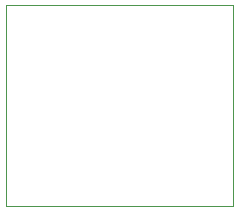
<source format=gbr>
%TF.GenerationSoftware,KiCad,Pcbnew,8.0.9-8.0.9-0~ubuntu22.04.1*%
%TF.CreationDate,2025-05-07T12:48:03+02:00*%
%TF.ProjectId,Adapter_EByte_E07_900MM10S_to_noname_green_RF_module_FUEL4EP,41646170-7465-4725-9f45-427974655f45,1.1*%
%TF.SameCoordinates,Original*%
%TF.FileFunction,Profile,NP*%
%FSLAX46Y46*%
G04 Gerber Fmt 4.6, Leading zero omitted, Abs format (unit mm)*
G04 Created by KiCad (PCBNEW 8.0.9-8.0.9-0~ubuntu22.04.1) date 2025-05-07 12:48:03*
%MOMM*%
%LPD*%
G01*
G04 APERTURE LIST*
%TA.AperFunction,Profile*%
%ADD10C,0.038100*%
%TD*%
G04 APERTURE END LIST*
D10*
X0Y0D02*
X0Y17000000D01*
X19200000Y17000000D02*
X19200000Y0D01*
X0Y17000000D02*
X19200000Y17000000D01*
X0Y0D02*
X19200000Y0D01*
M02*

</source>
